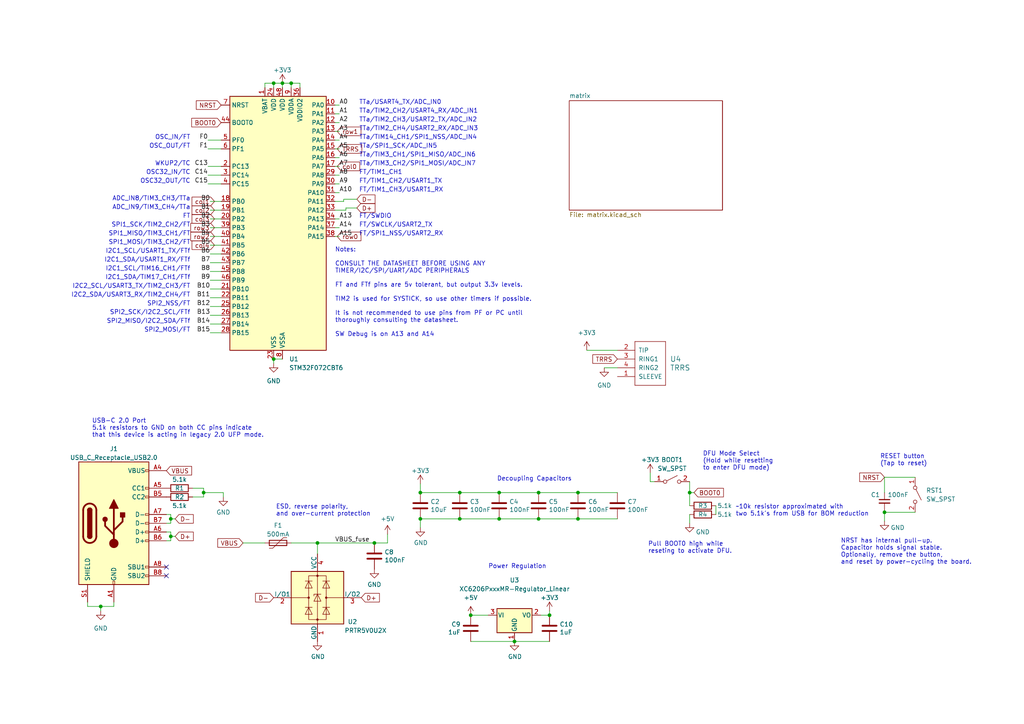
<source format=kicad_sch>
(kicad_sch (version 20230121) (generator eeschema)
  (paper "A4")
  (lib_symbols
    (symbol "+5V_1" (power) (pin_names (offset 0))
      (property "Value" "+5V_1" (at 0 3.556 0))
      (symbol "+5V_1_0_1"
        (polyline (pts (xy -0.762 1.27) (xy 0 2.54)))
        (polyline (pts (xy 0 0) (xy 0 2.54)))
        (polyline (pts (xy 0 2.54) (xy 0.762 1.27)))
      )
      (symbol "+5V_1_1_1"
        (pin power_in line (at 0 0 90) (length 0) hide (name "+5V") (number "1"))
      )
    )
    (symbol "Connector:USB_C_Receptacle_USB2.0" (pin_names (offset 1.016))
      (property "Reference" "J" (at -10.16 19.05 0))
      (property "Value" "USB_C_Receptacle_USB2.0" (at 19.05 19.05 0))
      (symbol "USB_C_Receptacle_USB2.0_0_0"
        (rectangle (start -0.254 -17.78) (end 0.254 -16.764))
        (rectangle (start 10.16 -14.986) (end 9.144 -15.494))
        (rectangle (start 10.16 -12.446) (end 9.144 -12.954))
        (rectangle (start 10.16 -4.826) (end 9.144 -5.334))
        (rectangle (start 10.16 -2.286) (end 9.144 -2.794))
        (rectangle (start 10.16 0.254) (end 9.144 -0.254))
        (rectangle (start 10.16 2.794) (end 9.144 2.286))
        (rectangle (start 10.16 7.874) (end 9.144 7.366))
        (rectangle (start 10.16 10.414) (end 9.144 9.906))
        (rectangle (start 10.16 15.494) (end 9.144 14.986))
      )
      (symbol "USB_C_Receptacle_USB2.0_0_1"
        (rectangle (start -10.16 17.78) (end 10.16 -17.78) (stroke (width 0.254)) (fill (type background)))
        (arc (start -8.89 -3.81) (mid -6.985 -5.7067) (end -5.08 -3.81) (stroke (width 0.508)))
        (arc (start -7.62 -3.81) (mid -6.985 -4.4423) (end -6.35 -3.81) (stroke (width 0.254)))
        (arc (start -7.62 -3.81) (mid -6.985 -4.4423) (end -6.35 -3.81) (stroke (width 0.254)) (fill (type outline)))
        (rectangle (start -7.62 -3.81) (end -6.35 3.81) (stroke (width 0.254)) (fill (type outline)))
        (arc (start -6.35 3.81) (mid -6.985 4.4423) (end -7.62 3.81) (stroke (width 0.254)))
        (arc (start -6.35 3.81) (mid -6.985 4.4423) (end -7.62 3.81) (stroke (width 0.254)) (fill (type outline)))
        (arc (start -5.08 3.81) (mid -6.985 5.7067) (end -8.89 3.81) (stroke (width 0.508)))
        (circle (center -2.54 1.143) (radius 0.635) (stroke (width 0.254)) (fill (type outline)))
        (circle (center 0 -5.842) (radius 1.27) (fill (type outline)))
        (polyline (pts (xy -8.89 -3.81) (xy -8.89 3.81)) (stroke (width 0.508)))
        (polyline (pts (xy -5.08 3.81) (xy -5.08 -3.81)) (stroke (width 0.508)))
        (polyline (pts (xy 0 -5.842) (xy 0 4.318)) (stroke (width 0.508)))
        (polyline (pts (xy 0 -3.302) (xy -2.54 -0.762) (xy -2.54 0.508)) (stroke (width 0.508)))
        (polyline (pts (xy 0 -2.032) (xy 2.54 0.508) (xy 2.54 1.778)) (stroke (width 0.508)))
        (polyline (pts (xy -1.27 4.318) (xy 0 6.858) (xy 1.27 4.318) (xy -1.27 4.318)) (stroke (width 0.254)) (fill (type outline)))
        (rectangle (start 1.905 1.778) (end 3.175 3.048) (stroke (width 0.254)) (fill (type outline)))
      )
      (symbol "USB_C_Receptacle_USB2.0_1_1"
        (pin passive line (at 0 -22.86 90) (length 5.08) (name "GND") (number "A1"))
        (pin passive line (at 0 -22.86 90) (length 5.08) hide (name "GND") (number "A12"))
        (pin passive line (at 15.24 15.24 180) (length 5.08) (name "VBUS") (number "A4"))
        (pin bidirectional line (at 15.24 10.16 180) (length 5.08) (name "CC1") (number "A5"))
        (pin bidirectional line (at 15.24 -2.54 180) (length 5.08) (name "D+") (number "A6"))
        (pin bidirectional line (at 15.24 2.54 180) (length 5.08) (name "D-") (number "A7"))
        (pin bidirectional line (at 15.24 -12.7 180) (length 5.08) (name "SBU1") (number "A8"))
        (pin passive line (at 15.24 15.24 180) (length 5.08) hide (name "VBUS") (number "A9"))
        (pin passive line (at 0 -22.86 90) (length 5.08) hide (name "GND") (number "B1"))
        (pin passive line (at 0 -22.86 90) (length 5.08) hide (name "GND") (number "B12"))
        (pin passive line (at 15.24 15.24 180) (length 5.08) hide (name "VBUS") (number "B4"))
        (pin bidirectional line (at 15.24 7.62 180) (length 5.08) (name "CC2") (number "B5"))
        (pin bidirectional line (at 15.24 -5.08 180) (length 5.08) (name "D+") (number "B6"))
        (pin bidirectional line (at 15.24 0 180) (length 5.08) (name "D-") (number "B7"))
        (pin bidirectional line (at 15.24 -15.24 180) (length 5.08) (name "SBU2") (number "B8"))
        (pin passive line (at 15.24 15.24 180) (length 5.08) hide (name "VBUS") (number "B9"))
        (pin passive line (at -7.62 -22.86 90) (length 5.08) (name "SHIELD") (number "S1"))
      )
    )
    (symbol "Device:C" (pin_numbers hide) (pin_names (offset 0.254))
      (property "Reference" "C" (at 0.635 2.54 0))
      (property "Value" "C" (at 0.635 -2.54 0))
      (symbol "C_0_1"
        (polyline (pts (xy -2.032 -0.762) (xy 2.032 -0.762)) (stroke (width 0.508)))
        (polyline (pts (xy -2.032 0.762) (xy 2.032 0.762)) (stroke (width 0.508)))
      )
      (symbol "C_1_1"
        (pin passive line (at 0 3.81 270) (length 2.794) (name "~") (number "1"))
        (pin passive line (at 0 -3.81 90) (length 2.794) (name "~") (number "2"))
      )
    )
    (symbol "Device:C_Small" (pin_numbers hide) (pin_names (offset 0.254) hide)
      (property "Reference" "C" (at 0.254 1.778 0))
      (property "Value" "C_Small" (at 0.254 -2.032 0))
      (symbol "C_Small_0_1"
        (polyline (pts (xy -1.524 -0.508) (xy 1.524 -0.508)) (stroke (width 0.3302)))
        (polyline (pts (xy -1.524 0.508) (xy 1.524 0.508)) (stroke (width 0.3048)))
      )
      (symbol "C_Small_1_1"
        (pin passive line (at 0 2.54 270) (length 2.032) (name "~") (number "1"))
        (pin passive line (at 0 -2.54 90) (length 2.032) (name "~") (number "2"))
      )
    )
    (symbol "Device:Polyfuse" (pin_numbers hide) (pin_names (offset 0))
      (property "Reference" "F" (at -2.54 0 90))
      (property "Value" "Polyfuse" (at 2.54 0 90))
      (symbol "Polyfuse_0_1"
        (rectangle (start -0.762 2.54) (end 0.762 -2.54) (stroke (width 0.254)))
        (polyline (pts (xy 0 2.54) (xy 0 -2.54)))
        (polyline (pts (xy -1.524 2.54) (xy -1.524 1.524) (xy 1.524 -1.524) (xy 1.524 -2.54)))
      )
      (symbol "Polyfuse_1_1"
        (pin passive line (at 0 3.81 270) (length 1.27) (name "~") (number "1"))
        (pin passive line (at 0 -3.81 90) (length 1.27) (name "~") (number "2"))
      )
    )
    (symbol "Device:R" (pin_numbers hide) (pin_names (offset 0))
      (property "Reference" "R" (at 2.032 0 90))
      (property "Value" "R" (at 0 0 90))
      (symbol "R_0_1"
        (rectangle (start -1.016 -2.54) (end 1.016 2.54) (stroke (width 0.254)))
      )
      (symbol "R_1_1"
        (pin passive line (at 0 3.81 270) (length 1.27) (name "~") (number "1"))
        (pin passive line (at 0 -3.81 90) (length 1.27) (name "~") (number "2"))
      )
    )
    (symbol "MCU_ST_STM32F0:STM32F072CBTx"
      (property "Reference" "U" (at -12.7 39.37 0))
      (property "Value" "STM32F072CBTx" (at 10.16 39.37 0))
      (symbol "STM32F072CBTx_0_1"
        (rectangle (start -12.7 -35.56) (end 15.24 38.1) (stroke (width 0.254)) (fill (type background)))
      )
      (symbol "STM32F072CBTx_1_1"
        (pin power_in line (at -2.54 40.64 270) (length 2.54) (name "VBAT") (number "1"))
        (pin bidirectional line (at 17.78 35.56 180) (length 2.54) (name "PA0") (number "10"))
        (pin bidirectional line (at 17.78 33.02 180) (length 2.54) (name "PA1") (number "11"))
        (pin bidirectional line (at 17.78 30.48 180) (length 2.54) (name "PA2") (number "12"))
        (pin bidirectional line (at 17.78 27.94 180) (length 2.54) (name "PA3") (number "13"))
        (pin bidirectional line (at 17.78 25.4 180) (length 2.54) (name "PA4") (number "14"))
        (pin bidirectional line (at 17.78 22.86 180) (length 2.54) (name "PA5") (number "15"))
        (pin bidirectional line (at 17.78 20.32 180) (length 2.54) (name "PA6") (number "16"))
        (pin bidirectional line (at 17.78 17.78 180) (length 2.54) (name "PA7") (number "17"))
        (pin bidirectional line (at -15.24 7.62 0) (length 2.54) (name "PB0") (number "18"))
        (pin bidirectional line (at -15.24 5.08 0) (length 2.54) (name "PB1") (number "19"))
        (pin bidirectional line (at -15.24 17.78 0) (length 2.54) (name "PC13") (number "2"))
        (pin bidirectional line (at -15.24 2.54 0) (length 2.54) (name "PB2") (number "20"))
        (pin bidirectional line (at -15.24 -17.78 0) (length 2.54) (name "PB10") (number "21"))
        (pin bidirectional line (at -15.24 -20.32 0) (length 2.54) (name "PB11") (number "22"))
        (pin power_in line (at 0 -38.1 90) (length 2.54) (name "VSS") (number "23"))
        (pin power_in line (at 0 40.64 270) (length 2.54) (name "VDD") (number "24"))
        (pin bidirectional line (at -15.24 -22.86 0) (length 2.54) (name "PB12") (number "25"))
        (pin bidirectional line (at -15.24 -25.4 0) (length 2.54) (name "PB13") (number "26"))
        (pin bidirectional line (at -15.24 -27.94 0) (length 2.54) (name "PB14") (number "27"))
        (pin bidirectional line (at -15.24 -30.48 0) (length 2.54) (name "PB15") (number "28"))
        (pin bidirectional line (at 17.78 15.24 180) (length 2.54) (name "PA8") (number "29"))
        (pin bidirectional line (at -15.24 15.24 0) (length 2.54) (name "PC14") (number "3"))
        (pin bidirectional line (at 17.78 12.7 180) (length 2.54) (name "PA9") (number "30"))
        (pin bidirectional line (at 17.78 10.16 180) (length 2.54) (name "PA10") (number "31"))
        (pin bidirectional line (at 17.78 7.62 180) (length 2.54) (name "PA11") (number "32"))
        (pin bidirectional line (at 17.78 5.08 180) (length 2.54) (name "PA12") (number "33"))
        (pin bidirectional line (at 17.78 2.54 180) (length 2.54) (name "PA13") (number "34"))
        (pin passive line (at 0 -38.1 90) (length 2.54) hide (name "VSS") (number "35"))
        (pin power_in line (at 7.62 40.64 270) (length 2.54) (name "VDDIO2") (number "36"))
        (pin bidirectional line (at 17.78 0 180) (length 2.54) (name "PA14") (number "37"))
        (pin bidirectional line (at 17.78 -2.54 180) (length 2.54) (name "PA15") (number "38"))
        (pin bidirectional line (at -15.24 0 0) (length 2.54) (name "PB3") (number "39"))
        (pin bidirectional line (at -15.24 12.7 0) (length 2.54) (name "PC15") (number "4"))
        (pin bidirectional line (at -15.24 -2.54 0) (length 2.54) (name "PB4") (number "40"))
        (pin bidirectional line (at -15.24 -5.08 0) (length 2.54) (name "PB5") (number "41"))
        (pin bidirectional line (at -15.24 -7.62 0) (length 2.54) (name "PB6") (number "42"))
        (pin bidirectional line (at -15.24 -10.16 0) (length 2.54) (name "PB7") (number "43"))
        (pin input line (at -15.24 30.48 0) (length 2.54) (name "BOOT0") (number "44"))
        (pin bidirectional line (at -15.24 -12.7 0) (length 2.54) (name "PB8") (number "45"))
        (pin bidirectional line (at -15.24 -15.24 0) (length 2.54) (name "PB9") (number "46"))
        (pin passive line (at 0 -38.1 90) (length 2.54) hide (name "VSS") (number "47"))
        (pin power_in line (at 2.54 40.64 270) (length 2.54) (name "VDD") (number "48"))
        (pin bidirectional line (at -15.24 25.4 0) (length 2.54) (name "PF0") (number "5"))
        (pin bidirectional line (at -15.24 22.86 0) (length 2.54) (name "PF1") (number "6"))
        (pin input line (at -15.24 35.56 0) (length 2.54) (name "NRST") (number "7"))
        (pin power_in line (at 2.54 -38.1 90) (length 2.54) (name "VSSA") (number "8"))
        (pin power_in line (at 5.08 40.64 270) (length 2.54) (name "VDDA") (number "9"))
      )
    )
    (symbol "Power_Protection:PRTR5V0U2X" (pin_names (offset 0))
      (property "Reference" "D" (at 2.794 8.636 0))
      (property "Value" "PRTR5V0U2X" (at 8.128 -9.398 0))
      (symbol "PRTR5V0U2X_0_1"
        (rectangle (start -7.62 -7.62) (end 7.62 7.62) (stroke (width 0.254)) (fill (type background)))
        (circle (center -2.54 0) (radius 0.254) (fill (type outline)))
        (rectangle (start -2.54 6.35) (end 2.54 -6.35))
        (circle (center 0 -6.35) (radius 0.254) (fill (type outline)))
        (polyline (pts (xy -2.54 0) (xy -7.62 0)))
        (polyline (pts (xy -1.524 -2.794) (xy -3.556 -2.794)))
        (polyline (pts (xy -1.524 4.826) (xy -3.556 4.826)))
        (polyline (pts (xy 0 -7.62) (xy 0 7.62)))
        (polyline (pts (xy 1.524 -2.794) (xy 3.556 -2.794)))
        (polyline (pts (xy 1.524 4.826) (xy 3.556 4.826)))
        (polyline (pts (xy 2.54 0) (xy 7.62 0)))
        (polyline (pts (xy 1.016 1.016) (xy -1.016 1.016) (xy -1.016 0.508)))
        (polyline (pts (xy -3.556 -4.826) (xy -1.524 -4.826) (xy -2.54 -2.794) (xy -3.556 -4.826)))
        (polyline (pts (xy -3.556 2.794) (xy -1.524 2.794) (xy -2.54 4.826) (xy -3.556 2.794)))
        (polyline (pts (xy -1.016 -1.016) (xy 1.016 -1.016) (xy 0 1.016) (xy -1.016 -1.016)))
        (polyline (pts (xy 3.556 -4.826) (xy 1.524 -4.826) (xy 2.54 -2.794) (xy 3.556 -4.826)))
        (polyline (pts (xy 3.556 2.794) (xy 1.524 2.794) (xy 2.54 4.826) (xy 3.556 2.794)))
        (circle (center 0 6.35) (radius 0.254) (fill (type outline)))
        (circle (center 2.54 0) (radius 0.254) (fill (type outline)))
      )
      (symbol "PRTR5V0U2X_1_1"
        (pin passive line (at 0 -12.7 90) (length 5.08) (name "GND") (number "1"))
        (pin passive line (at -12.7 0 0) (length 5.08) (name "I/O1") (number "2"))
        (pin passive line (at 12.7 0 180) (length 5.08) (name "I/O2") (number "3"))
        (pin passive line (at 0 12.7 270) (length 5.08) (name "VCC") (number "4"))
      )
    )
    (symbol "Switch:SW_SPST" (pin_names (offset 0) hide)
      (property "Reference" "SW" (at 0 3.175 0))
      (property "Value" "SW_SPST" (at 0 -2.54 0))
      (symbol "SW_SPST_0_0"
        (circle (center -2.032 0) (radius 0.508))
        (polyline (pts (xy -1.524 0.254) (xy 1.524 1.778)))
        (circle (center 2.032 0) (radius 0.508))
      )
      (symbol "SW_SPST_1_1"
        (pin passive line (at -5.08 0 0) (length 2.54) (name "A") (number "1"))
        (pin passive line (at 5.08 0 180) (length 2.54) (name "B") (number "2"))
      )
    )
    (symbol "keebio:TRRS" (pin_names (offset 1.016))
      (property "Reference" "U" (at 0 15.24 0))
      (property "Value" "TRRS" (at 0 -2.54 0))
      (symbol "TRRS_0_1"
        (rectangle (start -3.81 0) (end -3.81 12.7))
        (rectangle (start -3.81 12.7) (end 5.08 12.7))
        (rectangle (start 5.08 0) (end -3.81 0))
        (rectangle (start 5.08 12.7) (end 5.08 0))
      )
      (symbol "TRRS_1_1"
        (pin input line (at -8.89 2.54 0) (length 5.08) (name "SLEEVE") (number "1"))
        (pin input line (at -8.89 10.16 0) (length 5.08) (name "TIP") (number "2"))
        (pin input line (at -8.89 7.62 0) (length 5.08) (name "RING1") (number "3"))
        (pin input line (at -8.89 5.08 0) (length 5.08) (name "RING2") (number "4"))
      )
    )
    (symbol "kicad-keyboard-parts:XC6206PxxxMR-Regulator_Linear" (pin_names (offset 0.254))
      (property "Reference" "U" (at -3.81 3.175 0))
      (property "Value" "XC6206PxxxMR-Regulator_Linear" (at 0 3.175 0))
      (property "LCSC" "C5446" (at 0 0 0))
      (symbol "XC6206PxxxMR-Regulator_Linear_0_1"
        (rectangle (start -5.08 1.905) (end 5.08 -5.08) (stroke (width 0.254)) (fill (type background)))
      )
      (symbol "XC6206PxxxMR-Regulator_Linear_1_1"
        (pin power_in line (at 0 -7.62 90) (length 2.54) (name "GND") (number "1"))
        (pin power_out line (at 7.62 0 180) (length 2.54) (name "VO") (number "2"))
        (pin power_in line (at -7.62 0 0) (length 2.54) (name "VI") (number "3"))
      )
    )
    (symbol "power:+3V3" (power) (pin_names (offset 0))
      (property "Value" "+3V3" (at 0 3.556 0))
      (symbol "+3V3_0_1"
        (polyline (pts (xy -0.762 1.27) (xy 0 2.54)))
        (polyline (pts (xy 0 0) (xy 0 2.54)))
        (polyline (pts (xy 0 2.54) (xy 0.762 1.27)))
      )
      (symbol "+3V3_1_1"
        (pin power_in line (at 0 0 90) (length 0) hide (name "+3V3") (number "1"))
      )
    )
    (symbol "power:+5V" (power) (pin_names (offset 0))
      (property "Value" "+5V" (at 0 3.556 0))
      (symbol "+5V_0_1"
        (polyline (pts (xy -0.762 1.27) (xy 0 2.54)))
        (polyline (pts (xy 0 0) (xy 0 2.54)))
        (polyline (pts (xy 0 2.54) (xy 0.762 1.27)))
      )
      (symbol "+5V_1_1"
        (pin power_in line (at 0 0 90) (length 0) hide (name "+5V") (number "1"))
      )
    )
    (symbol "power:GND" (power) (pin_names (offset 0))
      (property "Value" "GND" (at 0 -3.81 0))
      (symbol "GND_0_1"
        (polyline (pts (xy 0 0) (xy 0 -1.27) (xy 1.27 -1.27) (xy 0 -2.54) (xy -1.27 -1.27) (xy 0 -1.27)))
      )
      (symbol "GND_1_1"
        (pin power_in line (at 0 0 270) (length 0) hide (name "GND") (number "1"))
      )
    )
  )
  (junction (at 200.025 142.875))
  (junction (at 81.915 24.13))
  (junction (at 159.385 178.435))
  (junction (at 59.055 142.875))
  (junction (at 79.375 24.13))
  (junction (at 156.21 150.495))
  (junction (at 136.525 178.435))
  (junction (at 156.21 142.875))
  (junction (at 121.92 150.495))
  (junction (at 149.225 186.055) (diameter 0.9144))
  (junction (at 256.54 148.59))
  (junction (at 121.92 142.875))
  (junction (at 79.375 104.14))
  (junction (at 144.78 150.495))
  (junction (at 133.35 150.495))
  (junction (at 167.64 150.495))
  (junction (at 167.64 142.875))
  (junction (at 92.075 157.48))
  (junction (at 144.78 142.875))
  (junction (at 108.585 157.48))
  (junction (at 49.53 155.575))
  (junction (at 29.21 175.895))
  (junction (at 49.53 150.495))
  (junction (at 133.35 142.875))
  (junction (at 84.455 24.13))
  (no_connect (at 48.26 167.005))
  (no_connect (at 48.26 164.465))
  (wire (pts (xy 167.64 150.495) (xy 179.07 150.495)))
  (wire (pts (xy 48.26 156.845) (xy 49.53 156.845)))
  (wire (pts (xy 60.96 76.2) (xy 64.135 76.2)))
  (wire (pts (xy 98.425 40.64) (xy 97.155 40.64)))
  (wire (pts (xy 29.21 175.895) (xy 33.02 175.895)))
  (wire (pts (xy 60.96 60.96) (xy 64.135 60.96)))
  (wire (pts (xy 86.995 24.13) (xy 86.995 25.4)))
  (wire (pts (xy 48.26 149.225) (xy 49.53 149.225)))
  (wire (pts (xy 98.425 53.34) (xy 97.155 53.34)))
  (wire (pts (xy 59.055 144.145) (xy 59.055 142.875)))
  (wire (pts (xy 175.26 106.68) (xy 179.07 106.68)))
  (wire (pts (xy 144.78 150.495) (xy 133.35 150.495)))
  (wire (pts (xy 55.88 144.145) (xy 59.055 144.145)))
  (wire (pts (xy 98.425 48.26) (xy 97.155 48.26)))
  (wire (pts (xy 49.53 150.495) (xy 49.53 151.765)))
  (wire (pts (xy 59.055 142.875) (xy 59.055 141.605)))
  (wire (pts (xy 189.865 139.7) (xy 188.595 139.7)))
  (wire (pts (xy 29.21 177.165) (xy 29.21 175.895)))
  (wire (pts (xy 84.455 24.13) (xy 84.455 25.4)))
  (wire (pts (xy 98.425 35.56) (xy 97.155 35.56)))
  (wire (pts (xy 59.055 142.875) (xy 64.77 142.875)))
  (wire (pts (xy 144.78 142.875) (xy 133.35 142.875)))
  (wire (pts (xy 60.96 63.5) (xy 64.135 63.5)))
  (wire (pts (xy 84.455 24.13) (xy 86.995 24.13)))
  (wire (pts (xy 200.025 142.875) (xy 201.295 142.875)))
  (wire (pts (xy 60.96 78.74) (xy 64.135 78.74)))
  (wire (pts (xy 79.375 24.13) (xy 79.375 25.4)))
  (wire (pts (xy 55.88 141.605) (xy 59.055 141.605)))
  (wire (pts (xy 149.225 186.055) (xy 159.385 186.055)))
  (wire (pts (xy 60.96 93.98) (xy 64.135 93.98)))
  (wire (pts (xy 79.375 105.41) (xy 79.375 104.14)))
  (wire (pts (xy 60.96 83.82) (xy 64.135 83.82)))
  (wire (pts (xy 98.425 38.1) (xy 97.155 38.1)))
  (wire (pts (xy 256.54 151.13) (xy 256.54 148.59)))
  (wire (pts (xy 60.96 73.66) (xy 64.135 73.66)))
  (wire (pts (xy 136.525 178.435) (xy 141.605 178.435)))
  (wire (pts (xy 207.645 146.685) (xy 207.645 149.225)))
  (wire (pts (xy 156.21 142.875) (xy 167.64 142.875)))
  (wire (pts (xy 98.425 63.5) (xy 97.155 63.5)))
  (wire (pts (xy 60.96 71.12) (xy 64.135 71.12)))
  (wire (pts (xy 108.585 157.48) (xy 112.395 157.48)))
  (wire (pts (xy 188.595 139.7) (xy 188.595 137.16)))
  (wire (pts (xy 100.33 60.325) (xy 100.33 60.96)))
  (wire (pts (xy 60.96 66.04) (xy 64.135 66.04)))
  (wire (pts (xy 76.835 24.13) (xy 76.835 25.4)))
  (wire (pts (xy 98.425 43.18) (xy 97.155 43.18)))
  (wire (pts (xy 60.96 91.44) (xy 64.135 91.44)))
  (wire (pts (xy 256.54 138.43) (xy 265.43 138.43)))
  (wire (pts (xy 156.845 178.435) (xy 159.385 178.435)))
  (wire (pts (xy 144.78 142.875) (xy 156.21 142.875)))
  (wire (pts (xy 98.425 45.72) (xy 97.155 45.72)))
  (wire (pts (xy 200.025 139.7) (xy 200.025 142.875)))
  (wire (pts (xy 84.455 24.13) (xy 81.915 24.13)))
  (wire (pts (xy 60.96 58.42) (xy 64.135 58.42)))
  (wire (pts (xy 256.54 138.43) (xy 256.54 142.875)))
  (wire (pts (xy 98.425 55.88) (xy 97.155 55.88)))
  (wire (pts (xy 60.96 86.36) (xy 64.135 86.36)))
  (wire (pts (xy 70.485 157.48) (xy 76.835 157.48)))
  (wire (pts (xy 179.07 101.6) (xy 170.18 101.6)))
  (wire (pts (xy 100.33 60.96) (xy 97.155 60.96)))
  (wire (pts (xy 121.92 153.035) (xy 121.92 150.495)))
  (wire (pts (xy 49.53 156.845) (xy 49.53 155.575)))
  (wire (pts (xy 60.325 48.26) (xy 64.135 48.26)))
  (wire (pts (xy 60.325 50.8) (xy 64.135 50.8)))
  (wire (pts (xy 48.26 154.305) (xy 49.53 154.305)))
  (wire (pts (xy 84.455 157.48) (xy 92.075 157.48)))
  (wire (pts (xy 79.375 104.14) (xy 81.915 104.14)))
  (wire (pts (xy 167.64 142.875) (xy 179.07 142.875)))
  (wire (pts (xy 121.92 140.335) (xy 121.92 142.875)))
  (wire (pts (xy 60.96 96.52) (xy 64.135 96.52)))
  (wire (pts (xy 256.54 148.59) (xy 256.54 147.955)))
  (wire (pts (xy 49.53 150.495) (xy 50.8 150.495)))
  (wire (pts (xy 79.375 24.13) (xy 81.915 24.13)))
  (wire (pts (xy 256.54 148.59) (xy 265.43 148.59)))
  (wire (pts (xy 200.025 149.225) (xy 200.025 151.765)))
  (wire (pts (xy 60.325 40.64) (xy 64.135 40.64)))
  (wire (pts (xy 60.96 88.9) (xy 64.135 88.9)))
  (wire (pts (xy 60.96 81.28) (xy 64.135 81.28)))
  (wire (pts (xy 25.4 175.895) (xy 29.21 175.895)))
  (wire (pts (xy 112.395 154.94) (xy 112.395 157.48)))
  (wire (pts (xy 76.835 24.13) (xy 79.375 24.13)))
  (wire (pts (xy 60.96 68.58) (xy 64.135 68.58)))
  (wire (pts (xy 200.025 142.875) (xy 200.025 146.685)))
  (wire (pts (xy 48.26 151.765) (xy 49.53 151.765)))
  (wire (pts (xy 99.695 57.785) (xy 99.695 58.42)))
  (wire (pts (xy 25.4 174.625) (xy 25.4 175.895)))
  (wire (pts (xy 103.505 60.325) (xy 100.33 60.325)))
  (wire (pts (xy 49.53 154.305) (xy 49.53 155.575)))
  (wire (pts (xy 98.425 50.8) (xy 97.155 50.8)))
  (wire (pts (xy 98.425 33.02) (xy 97.155 33.02)))
  (wire (pts (xy 98.425 66.04) (xy 97.155 66.04)))
  (wire (pts (xy 49.53 155.575) (xy 50.8 155.575)))
  (wire (pts (xy 133.35 150.495) (xy 121.92 150.495)))
  (wire (pts (xy 159.385 177.165) (xy 159.385 178.435)))
  (wire (pts (xy 64.77 142.875) (xy 64.77 144.145)))
  (wire (pts (xy 33.02 175.895) (xy 33.02 174.625)))
  (wire (pts (xy 99.695 58.42) (xy 97.155 58.42)))
  (wire (pts (xy 92.075 157.48) (xy 92.075 160.655)))
  (wire (pts (xy 60.325 43.18) (xy 64.135 43.18)))
  (wire (pts (xy 103.505 57.785) (xy 99.695 57.785)))
  (wire (pts (xy 149.225 186.055) (xy 136.525 186.055)))
  (wire (pts (xy 92.075 157.48) (xy 108.585 157.48)))
  (wire (pts (xy 98.425 30.48) (xy 97.155 30.48)))
  (wire (pts (xy 98.425 68.58) (xy 97.155 68.58)))
  (wire (pts (xy 81.915 24.13) (xy 81.915 25.4)))
  (wire (pts (xy 133.35 142.875) (xy 121.92 142.875)))
  (wire (pts (xy 49.53 149.225) (xy 49.53 150.495)))
  (wire (pts (xy 144.78 150.495) (xy 156.21 150.495)))
  (wire (pts (xy 156.21 150.495) (xy 167.64 150.495)))
  (wire (pts (xy 60.325 53.34) (xy 64.135 53.34)))
  (text "SPI1_SCK/TIM2_CH2/FT" (at 55.245 66.04 0) (effects (font (size 1.27 1.27)) (justify right bottom)))
  (text "FT/TIM1_CH1" (at 104.14 50.8 0) (effects (font (size 1.27 1.27)) (justify left bottom)))
  (text "FT/TIM1_CH3/USART1_RX" (at 104.14 55.88 0) (effects (font (size 1.27 1.27)) (justify left bottom)))
  (text "SPI2_NSS/FT" (at 55.245 88.9 0) (effects (font (size 1.27 1.27)) (justify right bottom)))
  (text "Notes:\n\nCONSULT THE DATASHEET BEFORE USING ANY \nTIMER/I2C/SPI/UART/ADC PERIPHERALS\n\nFT and FTf pins are 5v tolerant, but output 3.3v levels.\n\nTIM2 is used for SYSTICK, so use other timers if possible.\n\nIt is not recommended to use pins from PF or PC until\nthoroughly consulting the datasheet.\n\nSW Debug is on A13 and A14" (at 97.155 97.79 0) (effects (font (size 1.27 1.27)) (justify left bottom)))
  (text "TTa/TIM2_CH4/USART2_RX/ADC_IN3" (at 104.14 38.1 0) (effects (font (size 1.27 1.27)) (justify left bottom)))
  (text "NRST has internal pull-up.\nCapacitor holds signal stable.\nOptionally, remove the button,\nand reset by power-cycling the board." (at 243.84 163.83 0) (effects (font (size 1.27 1.27)) (justify left bottom)))
  (text "FT/SWDIO" (at 104.14 63.5 0) (effects (font (size 1.27 1.27)) (justify left bottom)))
  (text "Decoupling Capacitors" (at 144.145 139.7 0) (effects (font (size 1.27 1.27)) (justify left bottom)))
  (text "SPI1_MOSI/TIM3_CH2/FT" (at 55.245 71.12 0) (effects (font (size 1.27 1.27)) (justify right bottom)))
  (text "ADC_IN9/TIM3_CH4/TTa" (at 55.245 60.96 0) (effects (font (size 1.27 1.27)) (justify right bottom)))
  (text "I2C2_SCL/USART3_TX/TIM2_CH3/FT" (at 55.245 83.82 0) (effects (font (size 1.27 1.27)) (justify right bottom)))
  (text "SPI2_MISO/I2C2_SDA/FTf" (at 55.245 93.98 0) (effects (font (size 1.27 1.27)) (justify right bottom)))
  (text "FT/SWCLK/USART2_TX" (at 104.14 66.04 0) (effects (font (size 1.27 1.27)) (justify left bottom)))
  (text "I2C1_SCL/TIM16_CH1/FTf" (at 55.245 78.74 0) (effects (font (size 1.27 1.27)) (justify right bottom)))
  (text "~10k resistor approximated with\ntwo 5.1k's from USB for BOM reduction" (at 213.36 149.86 0) (effects (font (size 1.27 1.27)) (justify left bottom)))
  (text "TTa/TIM2_CH2/USART4_RX/ADC_IN1" (at 104.14 33.02 0) (effects (font (size 1.27 1.27)) (justify left bottom)))
  (text "USB-C 2.0 Port\n5.1k resistors to GND on both CC pins indicate\nthat this device is acting in legacy 2.0 UFP mode." (at 26.67 127 0) (effects (font (size 1.27 1.27)) (justify left bottom)))
  (text "TTa/TIM2_CH3/USART2_TX/ADC_IN2" (at 104.14 35.56 0) (effects (font (size 1.27 1.27)) (justify left bottom)))
  (text "OSC_IN/FT" (at 55.245 40.64 0) (effects (font (size 1.27 1.27)) (justify right bottom)))
  (text "DFU Mode Select\n(Hold while resetting\nto enter DFU mode)" (at 203.835 136.525 0) (effects (font (size 1.27 1.27)) (justify left bottom)))
  (text "WKUP2/TC" (at 55.245 48.26 0) (effects (font (size 1.27 1.27)) (justify right bottom)))
  (text "I2C2_SDA/USART3_RX/TIM2_CH4/FT" (at 55.245 86.36 0) (effects (font (size 1.27 1.27)) (justify right bottom)))
  (text "ADC_IN8/TIM3_CH3/TTa" (at 55.245 58.42 0) (effects (font (size 1.27 1.27)) (justify right bottom)))
  (text "RESET button\n(Tap to reset)" (at 255.27 135.255 0) (effects (font (size 1.27 1.27)) (justify left bottom)))
  (text "Pull BOOT0 high while \nreseting to activate DFU." (at 187.96 160.655 0) (effects (font (size 1.27 1.27)) (justify left bottom)))
  (text "I2C1_SDA/TIM17_CH1/FTf" (at 55.245 81.28 0) (effects (font (size 1.27 1.27)) (justify right bottom)))
  (text "TTa/SPI1_SCK/ADC_IN5" (at 104.14 43.18 0) (effects (font (size 1.27 1.27)) (justify left bottom)))
  (text "TTa/TIM3_CH1/SPI1_MISO/ADC_IN6" (at 104.14 45.72 0) (effects (font (size 1.27 1.27)) (justify left bottom)))
  (text "TTa/TIM3_CH2/SPI1_MOSI/ADC_IN7" (at 104.14 48.26 0) (effects (font (size 1.27 1.27)) (justify left bottom)))
  (text "OSC32_OUT/TC" (at 55.245 53.34 0) (effects (font (size 1.27 1.27)) (justify right bottom)))
  (text "FT/SPI1_NSS/USART2_RX" (at 104.14 68.58 0) (effects (font (size 1.27 1.27)) (justify left bottom)))
  (text "SPI1_MISO/TIM3_CH1/FT" (at 55.245 68.58 0) (effects (font (size 1.27 1.27)) (justify right bottom)))
  (text "OSC32_IN/TC" (at 55.245 50.8 0) (effects (font (size 1.27 1.27)) (justify right bottom)))
  (text "TTa/TIM14_CH1/SPI1_NSS/ADC_IN4" (at 104.14 40.64 0) (effects (font (size 1.27 1.27)) (justify left bottom)))
  (text "I2C1_SDA/USART1_RX/FTf" (at 55.245 76.2 0) (effects (font (size 1.27 1.27)) (justify right bottom)))
  (text "SPI2_MOSI/FT" (at 55.245 96.52 0) (effects (font (size 1.27 1.27)) (justify right bottom)))
  (text "FT/TIM1_CH2/USART1_TX" (at 104.14 53.34 0) (effects (font (size 1.27 1.27)) (justify left bottom)))
  (text "Power Regulation" (at 141.605 165.1 0) (effects (font (size 1.27 1.27)) (justify left bottom)))
  (text "SPI2_SCK/I2C2_SCL/FTf" (at 55.245 91.44 0) (effects (font (size 1.27 1.27)) (justify right bottom)))
  (text "OSC_OUT/FT" (at 55.245 43.18 0) (effects (font (size 1.27 1.27)) (justify right bottom)))
  (text "ESD, reverse polarity,\nand over-current protection" (at 80.01 149.86 0) (effects (font (size 1.27 1.27)) (justify left bottom)))
  (text "FT" (at 55.245 63.5 0) (effects (font (size 1.27 1.27)) (justify right bottom)))
  (text "TTa/USART4_TX/ADC_IN0" (at 104.14 30.48 0) (effects (font (size 1.27 1.27)) (justify left bottom)))
  (text "I2C1_SCL/USART1_TX/FTf" (at 55.245 73.66 0) (effects (font (size 1.27 1.27)) (justify right bottom)))
  (label "A1" (at 98.425 33.02 0))
  (label "A3" (at 98.425 38.1 0))
  (label "A13" (at 98.425 63.5 0))
  (label "A10" (at 98.425 55.88 0))
  (label "B7" (at 60.96 76.2 180))
  (label "B13" (at 60.96 91.44 180))
  (label "A6" (at 98.425 45.72 0))
  (label "B1" (at 60.96 60.96 180))
  (label "B9" (at 60.96 81.28 180))
  (label "B5" (at 60.96 71.12 180))
  (label "B14" (at 60.96 93.98 180))
  (label "A8" (at 98.425 50.8 0))
  (label "B0" (at 60.96 58.42 180))
  (label "A9" (at 98.425 53.34 0))
  (label "VBUS_fuse" (at 97.155 157.48 0))
  (label "A2" (at 98.425 35.56 0))
  (label "B8" (at 60.96 78.74 180))
  (label "A4" (at 98.425 40.64 0))
  (label "B12" (at 60.96 88.9 180))
  (label "B4" (at 60.96 68.58 180))
  (label "C14" (at 60.325 50.8 180))
  (label "B6" (at 60.96 73.66 180))
  (label "B15" (at 60.96 96.52 180))
  (label "A14" (at 98.425 66.04 0))
  (label "B10" (at 60.96 83.82 180))
  (label "B11" (at 60.96 86.36 180))
  (label "C15" (at 60.325 53.34 180))
  (label "B3" (at 60.96 66.04 180))
  (label "A0" (at 98.425 30.48 0))
  (label "B2" (at 60.96 63.5 180))
  (label "F1" (at 60.325 43.18 180))
  (label "A5" (at 98.425 43.18 0))
  (label "A7" (at 98.425 48.26 0))
  (label "C13" (at 60.325 48.26 180))
  (label "F0" (at 60.325 40.64 180))
  (label "A15" (at 98.425 68.58 0))
  (global_label "TRRS" (shape input) (at 179.07 104.14 180) (property "Intersheetrefs" "${INTERSHEET_REFS}" (effects hide)))
  (global_label "row2" (shape input) (at 62.23 68.58 180) (property "Intersheetrefs" "${INTERSHEET_REFS}" (effects hide)))
  (global_label "VBUS" (shape input) (at 70.485 157.48 180) (property "Intersheetrefs" "${INTERSHEET_REFS}" (effects hide)))
  (global_label "D-" (shape input) (at 103.505 57.785 0) (property "Intersheetrefs" "${INTERSHEET_REFS}" (effects hide)))
  (global_label "D-" (shape input) (at 79.375 173.355 180) (property "Intersheetrefs" "${INTERSHEET_REFS}" (effects hide)))
  (global_label "col3" (shape input) (at 62.23 63.5 180) (property "Intersheetrefs" "${INTERSHEET_REFS}" (effects hide)))
  (global_label "BOOT0" (shape input) (at 64.135 35.56 180) (property "Intersheetrefs" "${INTERSHEET_REFS}" (effects hide)))
  (global_label "row0" (shape input) (at 97.79 68.58 0) (property "Intersheetrefs" "${INTERSHEET_REFS}" (effects hide)))
  (global_label "D+" (shape input) (at 103.505 60.325 0) (property "Intersheetrefs" "${INTERSHEET_REFS}" (effects hide)))
  (global_label "D+" (shape input) (at 104.775 173.355 0) (property "Intersheetrefs" "${INTERSHEET_REFS}" (effects hide)))
  (global_label "D-" (shape input) (at 50.8 150.495 0) (property "Intersheetrefs" "${INTERSHEET_REFS}" (effects hide)))
  (global_label "row1" (shape input) (at 97.79 38.1 0) (property "Intersheetrefs" "${INTERSHEET_REFS}" (effects hide)))
  (global_label "col1" (shape input) (at 62.23 58.42 180) (property "Intersheetrefs" "${INTERSHEET_REFS}" (effects hide)))
  (global_label "NRST" (shape input) (at 256.54 138.43 180) (property "Intersheetrefs" "${INTERSHEET_REFS}" (effects hide)))
  (global_label "NRST" (shape input) (at 64.135 30.48 180) (property "Intersheetrefs" "${INTERSHEET_REFS}" (effects hide)))
  (global_label "BOOT0" (shape input) (at 201.295 142.875 0) (property "Intersheetrefs" "${INTERSHEET_REFS}" (effects hide)))
  (global_label "col2" (shape input) (at 62.23 60.96 180) (property "Intersheetrefs" "${INTERSHEET_REFS}" (effects hide)))
  (global_label "TRRS" (shape input) (at 97.79 43.18 0) (property "Intersheetrefs" "${INTERSHEET_REFS}" (effects hide)))
  (global_label "D+" (shape input) (at 50.8 155.575 0) (property "Intersheetrefs" "${INTERSHEET_REFS}" (effects hide)))
  (global_label "row3" (shape input) (at 62.23 66.04 180) (property "Intersheetrefs" "${INTERSHEET_REFS}" (effects hide)))
  (global_label "VBUS" (shape input) (at 48.26 136.525 0) (property "Intersheetrefs" "${INTERSHEET_REFS}" (effects hide)))
  (global_label "col0" (shape input) (at 97.79 48.26 0) (property "Intersheetrefs" "${INTERSHEET_REFS}" (effects hide)))
  (global_label "col4" (shape input) (at 62.23 71.12 180) (property "Intersheetrefs" "${INTERSHEET_REFS}" (effects hide)))
  (symbol (lib_id "keebio:TRRS") (at 187.96 111.76 0) (unit 1)
    (property "Reference" "U4" (at 194.31 104.14 0) (effects (font (size 1.524 1.524)) (justify left)))
    (property "Value" "TRRS" (at 194.31 106.68 0) (effects (font (size 1.524 1.524)) (justify left)))
    (property "Footprint" "Keebio-Parts:TRRS-PJ-320A" (effects hide))
  )
  (symbol (lib_id "Connector:USB_C_Receptacle_USB2.0") (at 33.02 151.765 0) (unit 1)
    (property "Reference" "J1" (at 33.02 130.175 0))
    (property "Value" "USB_C_Receptacle_USB2.0" (at 33.02 132.715 0))
    (property "Footprint" "Connector_USB:USB_C_Receptacle_HRO_TYPE-C-31-M-12" (effects hide))
    (property "Datasheet" "https://www.usb.org/sites/default/files/documents/usb_type-c.zip" (effects hide))
    (property "JlcRotOffset" "180" (effects hide))
    (property "JlcPosOffset" "0,1.5" (effects hide))
  )
  (symbol (lib_id "power:+3V3") (at 81.915 24.13 0) (unit 1)
    (property "Reference" "#PWR01" (effects hide))
    (property "Value" "+3V3" (at 81.915 20.32 0))
  )
  (symbol (lib_id "Device:R") (at 203.835 146.685 90) (unit 1)
    (property "Reference" "R3" (at 203.835 146.685 90))
    (property "Value" "5.1k" (at 210.185 146.685 90))
    (property "Footprint" "Resistor_SMD:R_0402_1005Metric" (effects hide))
  )
  (symbol (lib_id "Device:C") (at 108.585 161.29 0) (unit 1)
    (property "Reference" "C8" (at 111.506 160.1216 0) (effects (justify left)))
    (property "Value" "100nF" (at 111.506 162.433 0) (effects (justify left)))
    (property "Footprint" "Capacitor_SMD:C_0402_1005Metric" (effects hide))
    (property "LCSC" "C307331" (effects hide))
  )
  (symbol (lib_id "Device:Polyfuse") (at 80.645 157.48 90) (unit 1)
    (property "Reference" "F1" (at 80.645 152.4 90))
    (property "Value" "500mA" (at 80.645 154.94 90))
    (property "Footprint" "Fuse:Fuse_1206_3216Metric" (effects hide))
    (property "LCSC" "C135341" (effects hide))
  )
  (symbol (lib_id "power:GND") (at 79.375 105.41 0) (unit 1)
    (property "Reference" "#PWR02" (effects hide))
    (property "Value" "GND" (at 79.375 110.49 0))
  )
  (symbol (lib_id "power:GND") (at 64.77 144.145 0) (unit 1)
    (property "Reference" "#PWR05" (effects hide))
    (property "Value" "GND" (at 64.77 148.59 0))
  )
  (symbol (lib_id "power:GND") (at 121.92 153.035 0) (unit 1)
    (property "Reference" "#PWR08" (effects hide))
    (property "Value" "GND" (at 122.047 157.4292 0))
  )
  (symbol (lib_id "MCU_ST_STM32F0:STM32F072CBTx") (at 79.375 66.04 0) (unit 1)
    (property "Reference" "U1" (at 83.8709 104.14 0) (effects (justify left)))
    (property "Value" "STM32F072CBT6" (at 83.8709 106.68 0) (effects (justify left)))
    (property "Footprint" "Package_QFP:LQFP-48_7x7mm_P0.5mm" (effects hide))
    (property "Datasheet" "https://www.st.com/resource/en/datasheet/stm32f072cb.pdf" (effects hide))
    (property "JlcRotOffset" "90" (effects hide))
  )
  (symbol (lib_id "Device:C") (at 167.64 146.685 0) (unit 1)
    (property "Reference" "C6" (at 170.561 145.5166 0) (effects (justify left)))
    (property "Value" "100nF" (at 170.561 147.828 0) (effects (justify left)))
    (property "Footprint" "Capacitor_SMD:C_0402_1005Metric" (effects hide))
    (property "LCSC" "C307331" (effects hide))
  )
  (symbol (lib_id "power:+3V3") (at 121.92 140.335 0) (unit 1)
    (property "Reference" "#PWR04" (effects hide))
    (property "Value" "+3V3" (at 121.92 136.525 0))
  )
  (symbol (lib_id "power:GND") (at 29.21 177.165 0) (unit 1)
    (property "Reference" "#PWR011" (effects hide))
    (property "Value" "GND" (at 29.21 182.245 0))
  )
  (symbol (lib_id "Device:C") (at 159.385 182.245 0) (unit 1)
    (property "Reference" "C10" (at 162.306 181.0766 0) (effects (justify left)))
    (property "Value" "1uF" (at 162.306 183.388 0) (effects (justify left)))
    (property "Footprint" "Capacitor_SMD:C_0402_1005Metric" (effects hide))
    (property "LCSC" "C307331" (effects hide))
  )
  (symbol (lib_id "kicad-keyboard-parts:XC6206PxxxMR-Regulator_Linear") (at 149.225 178.435 0) (unit 1)
    (property "Reference" "U3" (at 149.225 168.275 0))
    (property "Value" "XC6206PxxxMR-Regulator_Linear" (at 149.225 170.815 0))
    (property "Footprint" "Package_TO_SOT_SMD:SOT-23" (effects hide))
    (property "Datasheet" "https://www.torexsemi.com/file/xc6206/XC6206.pdf" (effects hide))
    (property "LCSC" "C5446" (effects hide))
  )
  (symbol (lib_id "power:GND") (at 200.025 151.765 0) (unit 1)
    (property "Reference" "#PWR07" (effects hide))
    (property "Value" "GND" (at 203.835 154.305 0))
  )
  (symbol (lib_id "power:+3V3") (at 188.595 137.16 0) (mirror y) (unit 1)
    (property "Reference" "#PWR03" (effects hide))
    (property "Value" "+3V3" (at 188.595 133.35 0))
  )
  (symbol (lib_id "power:+3V3") (at 159.385 177.165 0) (unit 1)
    (property "Reference" "#PWR012" (effects hide))
    (property "Value" "+3V3" (at 159.385 173.355 0))
  )
  (symbol (lib_name "+5V_1") (lib_id "power:+5V") (at 112.395 154.94 0) (unit 1)
    (property "Reference" "#PWR09" (effects hide))
    (property "Value" "+5V" (at 112.395 150.495 0))
  )
  (symbol (lib_id "Device:R") (at 52.07 141.605 270) (unit 1)
    (property "Reference" "R1" (at 52.07 141.605 90))
    (property "Value" "5.1k" (at 52.07 139.065 90))
    (property "Footprint" "Resistor_SMD:R_0402_1005Metric" (effects hide))
  )
  (symbol (lib_id "power:GND") (at 108.585 165.1 0) (unit 1)
    (property "Reference" "#PWR010" (effects hide))
    (property "Value" "GND" (at 108.585 169.545 0))
  )
  (symbol (lib_id "power:GND") (at 149.225 186.055 0) (unit 1)
    (property "Reference" "#PWR015" (effects hide))
    (property "Value" "GND" (at 149.352 190.4492 0))
  )
  (symbol (lib_id "power:+5V") (at 136.525 178.435 0) (unit 1)
    (property "Reference" "#PWR013" (effects hide))
    (property "Value" "+5V" (at 136.525 173.355 0))
  )
  (symbol (lib_id "Switch:SW_SPST") (at 194.945 139.7 0) (unit 1)
    (property "Reference" "BOOT1" (at 194.945 133.35 0))
    (property "Value" "SW_SPST" (at 194.945 135.89 0))
    (property "Footprint" "Button_Switch_SMD:SW_SPST_TL3342" (effects hide))
  )
  (symbol (lib_id "Device:C") (at 144.78 146.685 0) (unit 1)
    (property "Reference" "C4" (at 147.701 145.5166 0) (effects (justify left)))
    (property "Value" "100nF" (at 147.701 147.828 0) (effects (justify left)))
    (property "Footprint" "Capacitor_SMD:C_0402_1005Metric" (effects hide))
    (property "LCSC" "C307331" (effects hide))
  )
  (symbol (lib_id "power:GND") (at 256.54 151.13 0) (mirror y) (unit 1)
    (property "Reference" "#PWR06" (effects hide))
    (property "Value" "GND" (at 260.35 153.035 0))
  )
  (symbol (lib_id "Device:C") (at 133.35 146.685 0) (unit 1)
    (property "Reference" "C3" (at 136.271 145.5166 0) (effects (justify left)))
    (property "Value" "100nF" (at 136.271 147.828 0) (effects (justify left)))
    (property "Footprint" "Capacitor_SMD:C_0402_1005Metric" (effects hide))
    (property "LCSC" "C307331" (effects hide))
  )
  (symbol (lib_id "power:+3V3") (at 170.18 101.6 0) (unit 1)
    (property "Reference" "#PWR016" (effects hide))
    (property "Value" "+3V3" (at 170.18 96.52 0))
  )
  (symbol (lib_id "Device:C") (at 156.21 146.685 0) (unit 1)
    (property "Reference" "C5" (at 159.131 145.5166 0) (effects (justify left)))
    (property "Value" "100nF" (at 159.131 147.828 0) (effects (justify left)))
    (property "Footprint" "Capacitor_SMD:C_0402_1005Metric" (effects hide))
    (property "LCSC" "C307331" (effects hide))
  )
  (symbol (lib_id "Device:C") (at 136.525 182.245 0) (mirror y) (unit 1)
    (property "Reference" "C9" (at 133.604 181.0766 0) (effects (justify left)))
    (property "Value" "1uF" (at 133.604 183.388 0) (effects (justify left)))
    (property "Footprint" "Capacitor_SMD:C_0402_1005Metric" (effects hide))
    (property "LCSC" "C307331" (effects hide))
  )
  (symbol (lib_id "Power_Protection:PRTR5V0U2X") (at 92.075 173.355 0) (unit 1)
    (property "Reference" "U2" (at 102.235 180.34 0))
    (property "Value" "PRTR5V0U2X" (at 106.045 182.88 0))
    (property "Footprint" "Package_TO_SOT_SMD:SOT-143" (effects hide))
    (property "Datasheet" "https://assets.nexperia.com/documents/data-sheet/PRTR5V0U2X.pdf" (effects hide))
    (property "LCSC" "C2827688" (effects hide))
    (property "JlcRotOffset" "90" (effects hide))
  )
  (symbol (lib_id "Device:C") (at 121.92 146.685 0) (unit 1)
    (property "Reference" "C2" (at 124.841 145.5166 0) (effects (justify left)))
    (property "Value" "10uF" (at 124.841 147.828 0) (effects (justify left)))
    (property "Footprint" "Capacitor_SMD:C_0603_1608Metric" (effects hide))
    (property "LCSC" "C307331" (effects hide))
  )
  (symbol (lib_id "power:GND") (at 92.075 186.055 0) (unit 1)
    (property "Reference" "#PWR014" (effects hide))
    (property "Value" "GND" (at 92.202 190.4492 0))
  )
  (symbol (lib_id "Device:R") (at 203.835 149.225 270) (mirror x) (unit 1)
    (property "Reference" "R4" (at 203.835 149.225 90))
    (property "Value" "5.1k" (at 210.185 149.225 90))
    (property "Footprint" "Resistor_SMD:R_0402_1005Metric" (effects hide))
  )
  (symbol (lib_id "power:GND") (at 175.26 106.68 0) (unit 1)
    (property "Reference" "#PWR017" (effects hide))
    (property "Value" "GND" (at 175.26 111.76 0))
  )
  (symbol (lib_id "Switch:SW_SPST") (at 265.43 143.51 270) (unit 1)
    (property "Reference" "RST1" (at 268.605 142.24 90) (effects (justify left)))
    (property "Value" "SW_SPST" (at 268.605 144.78 90) (effects (justify left)))
    (property "Footprint" "Button_Switch_SMD:SW_SPST_TL3342" (effects hide))
  )
  (symbol (lib_id "Device:C_Small") (at 256.54 145.415 0) (mirror y) (unit 1)
    (property "Reference" "C1" (at 255.27 143.51 0) (effects (justify left)))
    (property "Value" "100nF" (at 263.525 143.51 0) (effects (justify left)))
    (property "Footprint" "Capacitor_SMD:C_0402_1005Metric" (effects hide))
    (property "LCSC" "C307331" (effects hide))
  )
  (symbol (lib_id "Device:R") (at 52.07 144.145 90) (unit 1)
    (property "Reference" "R2" (at 52.07 144.145 90))
    (property "Value" "5.1k" (at 52.07 146.685 90))
    (property "Footprint" "Resistor_SMD:R_0402_1005Metric" (effects hide))
  )
  (symbol (lib_id "Device:C") (at 179.07 146.685 0) (unit 1)
    (property "Reference" "C7" (at 181.991 145.5166 0) (effects (justify left)))
    (property "Value" "100nF" (at 181.991 147.828 0) (effects (justify left)))
    (property "Footprint" "Capacitor_SMD:C_0402_1005Metric" (effects hide))
    (property "LCSC" "C307331" (effects hide))
  )
  (sheet (at 165.1 29.21) (size 44.45 31.75) (stroke (width 0.1524))
    (property "Sheetname" "matrix" (at 165.1 28.4984 0) (effects (justify left bottom)))
    (property "Sheetfile" "matrix.kicad_sch" (at 165.1 61.5446 0) (effects (justify left top)))
  )
)
</source>
